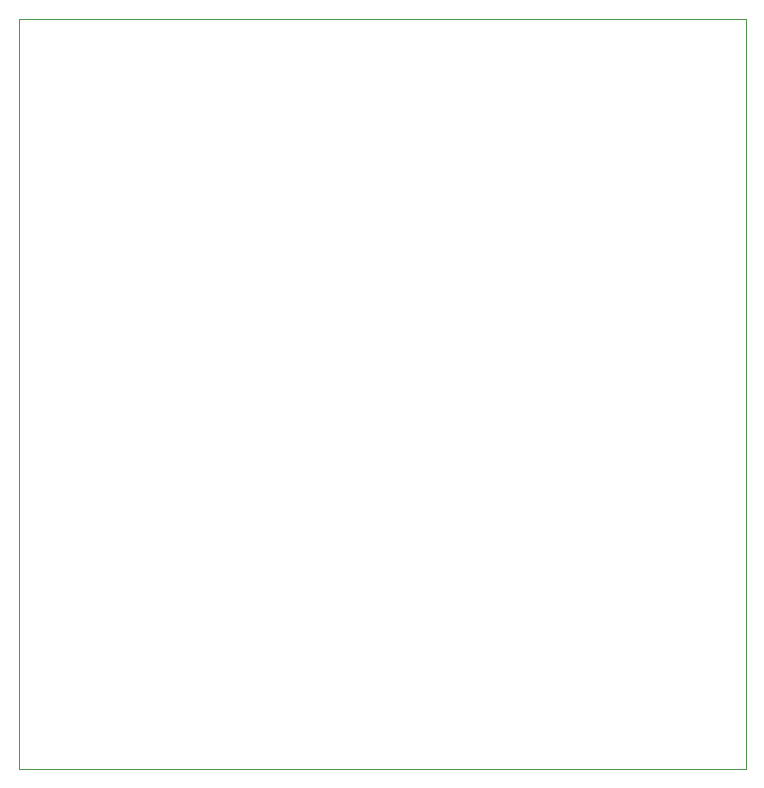
<source format=gbr>
G04 #@! TF.GenerationSoftware,KiCad,Pcbnew,(5.1.4-0-10_14)*
G04 #@! TF.CreationDate,2021-08-15T13:31:00+02:00*
G04 #@! TF.ProjectId,avrCubeRev2,61767243-7562-4655-9265-76322e6b6963,rev?*
G04 #@! TF.SameCoordinates,Original*
G04 #@! TF.FileFunction,Profile,NP*
%FSLAX46Y46*%
G04 Gerber Fmt 4.6, Leading zero omitted, Abs format (unit mm)*
G04 Created by KiCad (PCBNEW (5.1.4-0-10_14)) date 2021-08-15 13:31:00*
%MOMM*%
%LPD*%
G04 APERTURE LIST*
%ADD10C,0.050000*%
G04 APERTURE END LIST*
D10*
X111760000Y-124460000D02*
X50165000Y-124460000D01*
X50165000Y-60960000D02*
X111760000Y-60960000D01*
X50165000Y-124460000D02*
X50165000Y-60960000D01*
X111760000Y-60960000D02*
X111760000Y-124460000D01*
M02*

</source>
